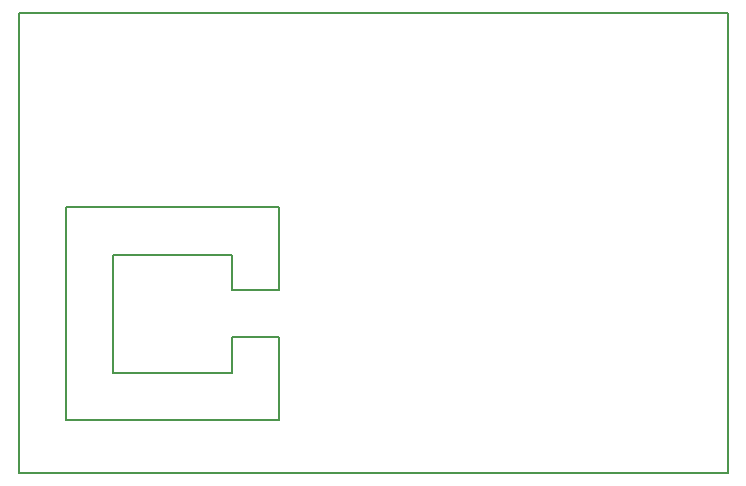
<source format=gbr>
%TF.GenerationSoftware,KiCad,Pcbnew,6.0.0-d3dd2cf0fa~116~ubuntu21.10.1*%
%TF.CreationDate,2022-02-03T21:45:13+00:00*%
%TF.ProjectId,pcb-adr1399-vref,7063622d-6164-4723-9133-39392d767265,rev?*%
%TF.SameCoordinates,Original*%
%TF.FileFunction,Profile,NP*%
%FSLAX46Y46*%
G04 Gerber Fmt 4.6, Leading zero omitted, Abs format (unit mm)*
G04 Created by KiCad (PCBNEW 6.0.0-d3dd2cf0fa~116~ubuntu21.10.1) date 2022-02-03 21:45:13*
%MOMM*%
%LPD*%
G01*
G04 APERTURE LIST*
%TA.AperFunction,Profile*%
%ADD10C,0.200000*%
%TD*%
G04 APERTURE END LIST*
D10*
X93000000Y-115500000D02*
X83000000Y-115500000D01*
X75000000Y-85000000D02*
X135000000Y-85000000D01*
X135000000Y-85000000D02*
X135000000Y-124000000D01*
X135000000Y-124000000D02*
X75000000Y-124000000D01*
X75000000Y-124000000D02*
X75000000Y-85000000D01*
X83000000Y-115500000D02*
X83000000Y-105500000D01*
X97000000Y-108500000D02*
X97000000Y-101500000D01*
X93000000Y-105500000D02*
X93000000Y-108500000D01*
X97000000Y-119500000D02*
X97000000Y-112500000D01*
X97000000Y-101500000D02*
X79000000Y-101500000D01*
X83000000Y-105500000D02*
X93000000Y-105500000D01*
X93000000Y-112500000D02*
X93000000Y-115500000D01*
X79000000Y-101500000D02*
X79000000Y-119500000D01*
X79000000Y-119500000D02*
X97000000Y-119500000D01*
X97000000Y-112500000D02*
X93000000Y-112500000D01*
X93000000Y-108500000D02*
X97000000Y-108500000D01*
M02*

</source>
